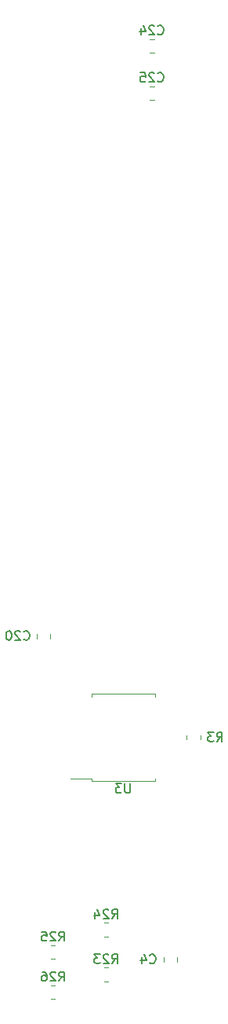
<source format=gbr>
%TF.GenerationSoftware,KiCad,Pcbnew,(6.0.1)*%
%TF.CreationDate,2022-06-02T13:00:42+03:00*%
%TF.ProjectId,Launch-Adapter,4c61756e-6368-42d4-9164-61707465722e,rev?*%
%TF.SameCoordinates,Original*%
%TF.FileFunction,Legend,Bot*%
%TF.FilePolarity,Positive*%
%FSLAX46Y46*%
G04 Gerber Fmt 4.6, Leading zero omitted, Abs format (unit mm)*
G04 Created by KiCad (PCBNEW (6.0.1)) date 2022-06-02 13:00:42*
%MOMM*%
%LPD*%
G01*
G04 APERTURE LIST*
%ADD10C,0.150000*%
%ADD11C,0.120000*%
G04 APERTURE END LIST*
D10*
%TO.C,R23*%
X89923857Y-141677380D02*
X90257190Y-141201190D01*
X90495285Y-141677380D02*
X90495285Y-140677380D01*
X90114333Y-140677380D01*
X90019095Y-140725000D01*
X89971476Y-140772619D01*
X89923857Y-140867857D01*
X89923857Y-141010714D01*
X89971476Y-141105952D01*
X90019095Y-141153571D01*
X90114333Y-141201190D01*
X90495285Y-141201190D01*
X89542904Y-140772619D02*
X89495285Y-140725000D01*
X89400047Y-140677380D01*
X89161952Y-140677380D01*
X89066714Y-140725000D01*
X89019095Y-140772619D01*
X88971476Y-140867857D01*
X88971476Y-140963095D01*
X89019095Y-141105952D01*
X89590523Y-141677380D01*
X88971476Y-141677380D01*
X88638142Y-140677380D02*
X88019095Y-140677380D01*
X88352428Y-141058333D01*
X88209571Y-141058333D01*
X88114333Y-141105952D01*
X88066714Y-141153571D01*
X88019095Y-141248809D01*
X88019095Y-141486904D01*
X88066714Y-141582142D01*
X88114333Y-141629761D01*
X88209571Y-141677380D01*
X88495285Y-141677380D01*
X88590523Y-141629761D01*
X88638142Y-141582142D01*
%TO.C,R24*%
X89923857Y-136851380D02*
X90257190Y-136375190D01*
X90495285Y-136851380D02*
X90495285Y-135851380D01*
X90114333Y-135851380D01*
X90019095Y-135899000D01*
X89971476Y-135946619D01*
X89923857Y-136041857D01*
X89923857Y-136184714D01*
X89971476Y-136279952D01*
X90019095Y-136327571D01*
X90114333Y-136375190D01*
X90495285Y-136375190D01*
X89542904Y-135946619D02*
X89495285Y-135899000D01*
X89400047Y-135851380D01*
X89161952Y-135851380D01*
X89066714Y-135899000D01*
X89019095Y-135946619D01*
X88971476Y-136041857D01*
X88971476Y-136137095D01*
X89019095Y-136279952D01*
X89590523Y-136851380D01*
X88971476Y-136851380D01*
X88114333Y-136184714D02*
X88114333Y-136851380D01*
X88352428Y-135803761D02*
X88590523Y-136518047D01*
X87971476Y-136518047D01*
%TO.C,C20*%
X80398857Y-106783142D02*
X80446476Y-106830761D01*
X80589333Y-106878380D01*
X80684571Y-106878380D01*
X80827428Y-106830761D01*
X80922666Y-106735523D01*
X80970285Y-106640285D01*
X81017904Y-106449809D01*
X81017904Y-106306952D01*
X80970285Y-106116476D01*
X80922666Y-106021238D01*
X80827428Y-105926000D01*
X80684571Y-105878380D01*
X80589333Y-105878380D01*
X80446476Y-105926000D01*
X80398857Y-105973619D01*
X80017904Y-105973619D02*
X79970285Y-105926000D01*
X79875047Y-105878380D01*
X79636952Y-105878380D01*
X79541714Y-105926000D01*
X79494095Y-105973619D01*
X79446476Y-106068857D01*
X79446476Y-106164095D01*
X79494095Y-106306952D01*
X80065523Y-106878380D01*
X79446476Y-106878380D01*
X78827428Y-105878380D02*
X78732190Y-105878380D01*
X78636952Y-105926000D01*
X78589333Y-105973619D01*
X78541714Y-106068857D01*
X78494095Y-106259333D01*
X78494095Y-106497428D01*
X78541714Y-106687904D01*
X78589333Y-106783142D01*
X78636952Y-106830761D01*
X78732190Y-106878380D01*
X78827428Y-106878380D01*
X78922666Y-106830761D01*
X78970285Y-106783142D01*
X79017904Y-106687904D01*
X79065523Y-106497428D01*
X79065523Y-106259333D01*
X79017904Y-106068857D01*
X78970285Y-105973619D01*
X78922666Y-105926000D01*
X78827428Y-105878380D01*
%TO.C,R26*%
X84208857Y-143582380D02*
X84542190Y-143106190D01*
X84780285Y-143582380D02*
X84780285Y-142582380D01*
X84399333Y-142582380D01*
X84304095Y-142630000D01*
X84256476Y-142677619D01*
X84208857Y-142772857D01*
X84208857Y-142915714D01*
X84256476Y-143010952D01*
X84304095Y-143058571D01*
X84399333Y-143106190D01*
X84780285Y-143106190D01*
X83827904Y-142677619D02*
X83780285Y-142630000D01*
X83685047Y-142582380D01*
X83446952Y-142582380D01*
X83351714Y-142630000D01*
X83304095Y-142677619D01*
X83256476Y-142772857D01*
X83256476Y-142868095D01*
X83304095Y-143010952D01*
X83875523Y-143582380D01*
X83256476Y-143582380D01*
X82399333Y-142582380D02*
X82589809Y-142582380D01*
X82685047Y-142630000D01*
X82732666Y-142677619D01*
X82827904Y-142820476D01*
X82875523Y-143010952D01*
X82875523Y-143391904D01*
X82827904Y-143487142D01*
X82780285Y-143534761D01*
X82685047Y-143582380D01*
X82494571Y-143582380D01*
X82399333Y-143534761D01*
X82351714Y-143487142D01*
X82304095Y-143391904D01*
X82304095Y-143153809D01*
X82351714Y-143058571D01*
X82399333Y-143010952D01*
X82494571Y-142963333D01*
X82685047Y-142963333D01*
X82780285Y-143010952D01*
X82827904Y-143058571D01*
X82875523Y-143153809D01*
%TO.C,C4*%
X94019666Y-141602642D02*
X94067285Y-141650261D01*
X94210142Y-141697880D01*
X94305380Y-141697880D01*
X94448238Y-141650261D01*
X94543476Y-141555023D01*
X94591095Y-141459785D01*
X94638714Y-141269309D01*
X94638714Y-141126452D01*
X94591095Y-140935976D01*
X94543476Y-140840738D01*
X94448238Y-140745500D01*
X94305380Y-140697880D01*
X94210142Y-140697880D01*
X94067285Y-140745500D01*
X94019666Y-140793119D01*
X93162523Y-141031214D02*
X93162523Y-141697880D01*
X93400619Y-140650261D02*
X93638714Y-141364547D01*
X93019666Y-141364547D01*
%TO.C,C24*%
X94876857Y-41603142D02*
X94924476Y-41650761D01*
X95067333Y-41698380D01*
X95162571Y-41698380D01*
X95305428Y-41650761D01*
X95400666Y-41555523D01*
X95448285Y-41460285D01*
X95495904Y-41269809D01*
X95495904Y-41126952D01*
X95448285Y-40936476D01*
X95400666Y-40841238D01*
X95305428Y-40746000D01*
X95162571Y-40698380D01*
X95067333Y-40698380D01*
X94924476Y-40746000D01*
X94876857Y-40793619D01*
X94495904Y-40793619D02*
X94448285Y-40746000D01*
X94353047Y-40698380D01*
X94114952Y-40698380D01*
X94019714Y-40746000D01*
X93972095Y-40793619D01*
X93924476Y-40888857D01*
X93924476Y-40984095D01*
X93972095Y-41126952D01*
X94543523Y-41698380D01*
X93924476Y-41698380D01*
X93067333Y-41031714D02*
X93067333Y-41698380D01*
X93305428Y-40650761D02*
X93543523Y-41365047D01*
X92924476Y-41365047D01*
%TO.C,R25*%
X84208857Y-139264380D02*
X84542190Y-138788190D01*
X84780285Y-139264380D02*
X84780285Y-138264380D01*
X84399333Y-138264380D01*
X84304095Y-138312000D01*
X84256476Y-138359619D01*
X84208857Y-138454857D01*
X84208857Y-138597714D01*
X84256476Y-138692952D01*
X84304095Y-138740571D01*
X84399333Y-138788190D01*
X84780285Y-138788190D01*
X83827904Y-138359619D02*
X83780285Y-138312000D01*
X83685047Y-138264380D01*
X83446952Y-138264380D01*
X83351714Y-138312000D01*
X83304095Y-138359619D01*
X83256476Y-138454857D01*
X83256476Y-138550095D01*
X83304095Y-138692952D01*
X83875523Y-139264380D01*
X83256476Y-139264380D01*
X82351714Y-138264380D02*
X82827904Y-138264380D01*
X82875523Y-138740571D01*
X82827904Y-138692952D01*
X82732666Y-138645333D01*
X82494571Y-138645333D01*
X82399333Y-138692952D01*
X82351714Y-138740571D01*
X82304095Y-138835809D01*
X82304095Y-139073904D01*
X82351714Y-139169142D01*
X82399333Y-139216761D01*
X82494571Y-139264380D01*
X82732666Y-139264380D01*
X82827904Y-139216761D01*
X82875523Y-139169142D01*
%TO.C,R3*%
X101258666Y-117800380D02*
X101592000Y-117324190D01*
X101830095Y-117800380D02*
X101830095Y-116800380D01*
X101449142Y-116800380D01*
X101353904Y-116848000D01*
X101306285Y-116895619D01*
X101258666Y-116990857D01*
X101258666Y-117133714D01*
X101306285Y-117228952D01*
X101353904Y-117276571D01*
X101449142Y-117324190D01*
X101830095Y-117324190D01*
X100925333Y-116800380D02*
X100306285Y-116800380D01*
X100639619Y-117181333D01*
X100496761Y-117181333D01*
X100401523Y-117228952D01*
X100353904Y-117276571D01*
X100306285Y-117371809D01*
X100306285Y-117609904D01*
X100353904Y-117705142D01*
X100401523Y-117752761D01*
X100496761Y-117800380D01*
X100782476Y-117800380D01*
X100877714Y-117752761D01*
X100925333Y-117705142D01*
%TO.C,C25*%
X94876857Y-46683142D02*
X94924476Y-46730761D01*
X95067333Y-46778380D01*
X95162571Y-46778380D01*
X95305428Y-46730761D01*
X95400666Y-46635523D01*
X95448285Y-46540285D01*
X95495904Y-46349809D01*
X95495904Y-46206952D01*
X95448285Y-46016476D01*
X95400666Y-45921238D01*
X95305428Y-45826000D01*
X95162571Y-45778380D01*
X95067333Y-45778380D01*
X94924476Y-45826000D01*
X94876857Y-45873619D01*
X94495904Y-45873619D02*
X94448285Y-45826000D01*
X94353047Y-45778380D01*
X94114952Y-45778380D01*
X94019714Y-45826000D01*
X93972095Y-45873619D01*
X93924476Y-45968857D01*
X93924476Y-46064095D01*
X93972095Y-46206952D01*
X94543523Y-46778380D01*
X93924476Y-46778380D01*
X93019714Y-45778380D02*
X93495904Y-45778380D01*
X93543523Y-46254571D01*
X93495904Y-46206952D01*
X93400666Y-46159333D01*
X93162571Y-46159333D01*
X93067333Y-46206952D01*
X93019714Y-46254571D01*
X92972095Y-46349809D01*
X92972095Y-46587904D01*
X93019714Y-46683142D01*
X93067333Y-46730761D01*
X93162571Y-46778380D01*
X93400666Y-46778380D01*
X93495904Y-46730761D01*
X93543523Y-46683142D01*
%TO.C,U3*%
X91900904Y-122320380D02*
X91900904Y-123129904D01*
X91853285Y-123225142D01*
X91805666Y-123272761D01*
X91710428Y-123320380D01*
X91519952Y-123320380D01*
X91424714Y-123272761D01*
X91377095Y-123225142D01*
X91329476Y-123129904D01*
X91329476Y-122320380D01*
X90948523Y-122320380D02*
X90329476Y-122320380D01*
X90662809Y-122701333D01*
X90519952Y-122701333D01*
X90424714Y-122748952D01*
X90377095Y-122796571D01*
X90329476Y-122891809D01*
X90329476Y-123129904D01*
X90377095Y-123225142D01*
X90424714Y-123272761D01*
X90519952Y-123320380D01*
X90805666Y-123320380D01*
X90900904Y-123272761D01*
X90948523Y-123225142D01*
D11*
%TO.C,R23*%
X89508064Y-142140000D02*
X89053936Y-142140000D01*
X89508064Y-143610000D02*
X89053936Y-143610000D01*
%TO.C,R24*%
X89508064Y-138784000D02*
X89053936Y-138784000D01*
X89508064Y-137314000D02*
X89053936Y-137314000D01*
%TO.C,C20*%
X83285000Y-106164748D02*
X83285000Y-106687252D01*
X81815000Y-106164748D02*
X81815000Y-106687252D01*
%TO.C,R26*%
X83793064Y-145515000D02*
X83338936Y-145515000D01*
X83793064Y-144045000D02*
X83338936Y-144045000D01*
%TO.C,C4*%
X95531000Y-141506752D02*
X95531000Y-140984248D01*
X97001000Y-141506752D02*
X97001000Y-140984248D01*
%TO.C,C24*%
X94495252Y-42191000D02*
X93972748Y-42191000D01*
X94495252Y-43661000D02*
X93972748Y-43661000D01*
%TO.C,R25*%
X83793064Y-139727000D02*
X83338936Y-139727000D01*
X83793064Y-141197000D02*
X83338936Y-141197000D01*
%TO.C,R3*%
X99494000Y-117120936D02*
X99494000Y-117575064D01*
X98024000Y-117120936D02*
X98024000Y-117575064D01*
%TO.C,C25*%
X94495252Y-48741000D02*
X93972748Y-48741000D01*
X94495252Y-47271000D02*
X93972748Y-47271000D01*
%TO.C,U3*%
X91139000Y-112663000D02*
X94559000Y-112663000D01*
X87719000Y-122033000D02*
X87719000Y-121743000D01*
X91139000Y-122033000D02*
X87719000Y-122033000D01*
X94559000Y-112663000D02*
X94559000Y-112953000D01*
X94559000Y-122033000D02*
X94559000Y-121743000D01*
X87719000Y-121743000D02*
X85439000Y-121743000D01*
X91139000Y-122033000D02*
X94559000Y-122033000D01*
X87719000Y-112663000D02*
X87719000Y-112953000D01*
X91139000Y-112663000D02*
X87719000Y-112663000D01*
%TD*%
M02*

</source>
